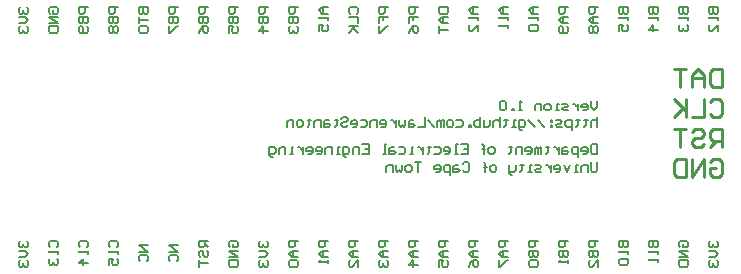
<source format=gbo>
G04*
G04 #@! TF.GenerationSoftware,Altium Limited,Altium Designer,20.0.10 (225)*
G04*
G04 Layer_Color=32896*
%FSLAX25Y25*%
%MOIN*%
G70*
G01*
G75*
%ADD10C,0.01000*%
%ADD13C,0.00600*%
D10*
X315500Y54500D02*
Y60498D01*
X312501D01*
X311501Y59498D01*
Y57499D01*
X312501Y56499D01*
X315500D01*
X313501D02*
X311501Y54500D01*
X305503Y59498D02*
X306503Y60498D01*
X308502D01*
X309502Y59498D01*
Y58499D01*
X308502Y57499D01*
X306503D01*
X305503Y56499D01*
Y55500D01*
X306503Y54500D01*
X308502D01*
X309502Y55500D01*
X303504Y60498D02*
X299505D01*
X301504D01*
Y54500D01*
X315500Y80498D02*
Y74500D01*
X312501D01*
X311501Y75500D01*
Y79498D01*
X312501Y80498D01*
X315500D01*
X309502Y74500D02*
Y78499D01*
X307503Y80498D01*
X305503Y78499D01*
Y74500D01*
Y77499D01*
X309502D01*
X303504Y80498D02*
X299505D01*
X301504D01*
Y74500D01*
X311501Y69498D02*
X312501Y70498D01*
X314500D01*
X315500Y69498D01*
Y65500D01*
X314500Y64500D01*
X312501D01*
X311501Y65500D01*
X309502Y70498D02*
Y64500D01*
X305503D01*
X303504Y70498D02*
Y64500D01*
Y66499D01*
X299505Y70498D01*
X302504Y67499D01*
X299505Y64500D01*
X311501Y49498D02*
X312501Y50498D01*
X314500D01*
X315500Y49498D01*
Y45500D01*
X314500Y44500D01*
X312501D01*
X311501Y45500D01*
Y47499D01*
X313501D01*
X309502Y44500D02*
Y50498D01*
X305503Y44500D01*
Y50498D01*
X303504D02*
Y44500D01*
X300505D01*
X299505Y45500D01*
Y49498D01*
X300505Y50498D01*
X303504D01*
D13*
X273900Y55365D02*
Y52166D01*
X272301D01*
X271767Y52700D01*
Y54832D01*
X272301Y55365D01*
X273900D01*
X269102Y52166D02*
X270168D01*
X270701Y52700D01*
Y53766D01*
X270168Y54299D01*
X269102D01*
X268568Y53766D01*
Y53233D01*
X270701D01*
X267502Y51100D02*
Y54299D01*
X265903D01*
X265369Y53766D01*
Y52700D01*
X265903Y52166D01*
X267502D01*
X263770Y54299D02*
X262704D01*
X262170Y53766D01*
Y52166D01*
X263770D01*
X264303Y52700D01*
X263770Y53233D01*
X262170D01*
X261104Y54299D02*
Y52166D01*
Y53233D01*
X260571Y53766D01*
X260038Y54299D01*
X259505D01*
X257372Y54832D02*
Y54299D01*
X257905D01*
X256839D01*
X257372D01*
Y52700D01*
X256839Y52166D01*
X255239D02*
Y54299D01*
X254706D01*
X254173Y53766D01*
Y52166D01*
Y53766D01*
X253640Y54299D01*
X253107Y53766D01*
Y52166D01*
X250441D02*
X251507D01*
X252040Y52700D01*
Y53766D01*
X251507Y54299D01*
X250441D01*
X249908Y53766D01*
Y53233D01*
X252040D01*
X248841Y52166D02*
Y54299D01*
X247242D01*
X246709Y53766D01*
Y52166D01*
X245109Y54832D02*
Y54299D01*
X245642D01*
X244576D01*
X245109D01*
Y52700D01*
X244576Y52166D01*
X239245D02*
X238178D01*
X237645Y52700D01*
Y53766D01*
X238178Y54299D01*
X239245D01*
X239778Y53766D01*
Y52700D01*
X239245Y52166D01*
X236046D02*
Y54832D01*
Y53766D01*
X236579D01*
X235512D01*
X236046D01*
Y54832D01*
X235512Y55365D01*
X228581D02*
X230714D01*
Y52166D01*
X228581D01*
X230714Y53766D02*
X229648D01*
X227515Y52166D02*
X226449D01*
X226982D01*
Y55365D01*
X227515D01*
X223250Y52166D02*
X224316D01*
X224849Y52700D01*
Y53766D01*
X224316Y54299D01*
X223250D01*
X222716Y53766D01*
Y53233D01*
X224849D01*
X219517Y54299D02*
X221117D01*
X221650Y53766D01*
Y52700D01*
X221117Y52166D01*
X219517D01*
X217918Y54832D02*
Y54299D01*
X218451D01*
X217385D01*
X217918D01*
Y52700D01*
X217385Y52166D01*
X215785Y54299D02*
Y52166D01*
Y53233D01*
X215252Y53766D01*
X214719Y54299D01*
X214186D01*
X212586Y52166D02*
X211520D01*
X212053D01*
Y54299D01*
X212586D01*
X207788D02*
X209387D01*
X209921Y53766D01*
Y52700D01*
X209387Y52166D01*
X207788D01*
X206189Y54299D02*
X205122D01*
X204589Y53766D01*
Y52166D01*
X206189D01*
X206722Y52700D01*
X206189Y53233D01*
X204589D01*
X203523Y52166D02*
X202456D01*
X202990D01*
Y55365D01*
X203523D01*
X195525D02*
X197658D01*
Y52166D01*
X195525D01*
X197658Y53766D02*
X196592D01*
X194459Y52166D02*
Y54299D01*
X192859D01*
X192326Y53766D01*
Y52166D01*
X190194Y51100D02*
X189661D01*
X189127Y51633D01*
Y54299D01*
X190727D01*
X191260Y53766D01*
Y52700D01*
X190727Y52166D01*
X189127D01*
X188061D02*
X186995D01*
X187528D01*
Y54299D01*
X188061D01*
X185395Y52166D02*
Y54299D01*
X183796D01*
X183263Y53766D01*
Y52166D01*
X180597D02*
X181663D01*
X182196Y52700D01*
Y53766D01*
X181663Y54299D01*
X180597D01*
X180064Y53766D01*
Y53233D01*
X182196D01*
X177398Y52166D02*
X178464D01*
X178997Y52700D01*
Y53766D01*
X178464Y54299D01*
X177398D01*
X176865Y53766D01*
Y53233D01*
X178997D01*
X175798Y54299D02*
Y52166D01*
Y53233D01*
X175265Y53766D01*
X174732Y54299D01*
X174199D01*
X172599Y52166D02*
X171533D01*
X172066D01*
Y54299D01*
X172599D01*
X169933Y52166D02*
Y54299D01*
X168334D01*
X167801Y53766D01*
Y52166D01*
X165668Y51100D02*
X165135D01*
X164602Y51633D01*
Y54299D01*
X166201D01*
X166735Y53766D01*
Y52700D01*
X166201Y52166D01*
X164602D01*
X273900Y49365D02*
Y46700D01*
X273367Y46166D01*
X272301D01*
X271767Y46700D01*
Y49365D01*
X270701Y46166D02*
Y48299D01*
X269102D01*
X268568Y47766D01*
Y46166D01*
X267502D02*
X266436D01*
X266969D01*
Y48299D01*
X267502D01*
X264836D02*
X263770Y46166D01*
X262704Y48299D01*
X260038Y46166D02*
X261104D01*
X261637Y46700D01*
Y47766D01*
X261104Y48299D01*
X260038D01*
X259505Y47766D01*
Y47233D01*
X261637D01*
X258438Y48299D02*
Y46166D01*
Y47233D01*
X257905Y47766D01*
X257372Y48299D01*
X256839D01*
X255239Y46166D02*
X253640D01*
X253107Y46700D01*
X253640Y47233D01*
X254706D01*
X255239Y47766D01*
X254706Y48299D01*
X253107D01*
X252040Y46166D02*
X250974D01*
X251507D01*
Y48299D01*
X252040D01*
X248841Y48832D02*
Y48299D01*
X249375D01*
X248308D01*
X248841D01*
Y46700D01*
X248308Y46166D01*
X246709Y48299D02*
Y46700D01*
X246176Y46166D01*
X244576D01*
Y45633D01*
X245109Y45100D01*
X245642D01*
X244576Y46166D02*
Y48299D01*
X239778Y46166D02*
X238711D01*
X238178Y46700D01*
Y47766D01*
X238711Y48299D01*
X239778D01*
X240311Y47766D01*
Y46700D01*
X239778Y46166D01*
X236579D02*
Y48832D01*
Y47766D01*
X237112D01*
X236046D01*
X236579D01*
Y48832D01*
X236046Y49365D01*
X229115Y48832D02*
X229648Y49365D01*
X230714D01*
X231247Y48832D01*
Y46700D01*
X230714Y46166D01*
X229648D01*
X229115Y46700D01*
X227515Y48299D02*
X226449D01*
X225916Y47766D01*
Y46166D01*
X227515D01*
X228048Y46700D01*
X227515Y47233D01*
X225916D01*
X224849Y45100D02*
Y48299D01*
X223250D01*
X222716Y47766D01*
Y46700D01*
X223250Y46166D01*
X224849D01*
X220051D02*
X221117D01*
X221650Y46700D01*
Y47766D01*
X221117Y48299D01*
X220051D01*
X219517Y47766D01*
Y47233D01*
X221650D01*
X215252Y49365D02*
X213120D01*
X214186D01*
Y46166D01*
X211520D02*
X210454D01*
X209921Y46700D01*
Y47766D01*
X210454Y48299D01*
X211520D01*
X212053Y47766D01*
Y46700D01*
X211520Y46166D01*
X208854Y48299D02*
Y46700D01*
X208321Y46166D01*
X207788Y46700D01*
X207255Y46166D01*
X206722Y46700D01*
Y48299D01*
X205655Y46166D02*
Y48299D01*
X204056D01*
X203523Y47766D01*
Y46166D01*
X273900Y64365D02*
Y61166D01*
Y62766D01*
X273367Y63299D01*
X272301D01*
X271767Y62766D01*
Y61166D01*
X270168Y63832D02*
Y63299D01*
X270701D01*
X269635D01*
X270168D01*
Y61699D01*
X269635Y61166D01*
X267502Y63832D02*
Y63299D01*
X268035D01*
X266969D01*
X267502D01*
Y61699D01*
X266969Y61166D01*
X265369Y60100D02*
Y63299D01*
X263770D01*
X263237Y62766D01*
Y61699D01*
X263770Y61166D01*
X265369D01*
X262171D02*
X260571D01*
X260038Y61699D01*
X260571Y62233D01*
X261637D01*
X262171Y62766D01*
X261637Y63299D01*
X260038D01*
X258972D02*
X258438D01*
Y62766D01*
X258972D01*
Y63299D01*
Y61699D02*
X258438D01*
Y61166D01*
X258972D01*
Y61699D01*
X256306Y61166D02*
X254173Y63299D01*
X253107Y61166D02*
X250974Y63299D01*
X248841Y60100D02*
X248308D01*
X247775Y60633D01*
Y63299D01*
X249375D01*
X249908Y62766D01*
Y61699D01*
X249375Y61166D01*
X247775D01*
X246709D02*
X245642D01*
X246176D01*
Y63299D01*
X246709D01*
X243510Y63832D02*
Y63299D01*
X244043D01*
X242977D01*
X243510D01*
Y61699D01*
X242977Y61166D01*
X241377Y64365D02*
Y61166D01*
Y62766D01*
X240844Y63299D01*
X239778D01*
X239245Y62766D01*
Y61166D01*
X238178Y63299D02*
Y61699D01*
X237645Y61166D01*
X236046D01*
Y63299D01*
X234979Y64365D02*
Y61166D01*
X233380D01*
X232847Y61699D01*
Y62233D01*
Y62766D01*
X233380Y63299D01*
X234979D01*
X231780Y61166D02*
Y61699D01*
X231247D01*
Y61166D01*
X231780D01*
X226982Y63299D02*
X228581D01*
X229115Y62766D01*
Y61699D01*
X228581Y61166D01*
X226982D01*
X225382D02*
X224316D01*
X223783Y61699D01*
Y62766D01*
X224316Y63299D01*
X225382D01*
X225916Y62766D01*
Y61699D01*
X225382Y61166D01*
X222716D02*
Y63299D01*
X222183D01*
X221650Y62766D01*
Y61166D01*
Y62766D01*
X221117Y63299D01*
X220584Y62766D01*
Y61166D01*
X219518D02*
X217385Y63299D01*
X216319Y64365D02*
Y61166D01*
X214186D01*
X212586Y63299D02*
X211520D01*
X210987Y62766D01*
Y61166D01*
X212586D01*
X213120Y61699D01*
X212586Y62233D01*
X210987D01*
X209921Y63299D02*
Y61699D01*
X209387Y61166D01*
X208854Y61699D01*
X208321Y61166D01*
X207788Y61699D01*
Y63299D01*
X206722D02*
Y61166D01*
Y62233D01*
X206189Y62766D01*
X205655Y63299D01*
X205122D01*
X201923Y61166D02*
X202990D01*
X203523Y61699D01*
Y62766D01*
X202990Y63299D01*
X201923D01*
X201390Y62766D01*
Y62233D01*
X203523D01*
X200324Y61166D02*
Y63299D01*
X198724D01*
X198191Y62766D01*
Y61166D01*
X194992Y63299D02*
X196592D01*
X197125Y62766D01*
Y61699D01*
X196592Y61166D01*
X194992D01*
X192326D02*
X193393D01*
X193926Y61699D01*
Y62766D01*
X193393Y63299D01*
X192326D01*
X191793Y62766D01*
Y62233D01*
X193926D01*
X188594Y63832D02*
X189127Y64365D01*
X190194D01*
X190727Y63832D01*
Y63299D01*
X190194Y62766D01*
X189127D01*
X188594Y62233D01*
Y61699D01*
X189127Y61166D01*
X190194D01*
X190727Y61699D01*
X186995Y63832D02*
Y63299D01*
X187528D01*
X186461D01*
X186995D01*
Y61699D01*
X186461Y61166D01*
X184329Y63299D02*
X183263D01*
X182729Y62766D01*
Y61166D01*
X184329D01*
X184862Y61699D01*
X184329Y62233D01*
X182729D01*
X181663Y61166D02*
Y63299D01*
X180064D01*
X179530Y62766D01*
Y61166D01*
X177931Y63832D02*
Y63299D01*
X178464D01*
X177398D01*
X177931D01*
Y61699D01*
X177398Y61166D01*
X175265D02*
X174199D01*
X173666Y61699D01*
Y62766D01*
X174199Y63299D01*
X175265D01*
X175798Y62766D01*
Y61699D01*
X175265Y61166D01*
X172599D02*
Y63299D01*
X171000D01*
X170467Y62766D01*
Y61166D01*
X273900Y69799D02*
Y67666D01*
X272834Y66600D01*
X271767Y67666D01*
Y69799D01*
X269102Y66600D02*
X270168D01*
X270701Y67133D01*
Y68199D01*
X270168Y68733D01*
X269102D01*
X268568Y68199D01*
Y67666D01*
X270701D01*
X267502Y68733D02*
Y66600D01*
Y67666D01*
X266969Y68199D01*
X266436Y68733D01*
X265903D01*
X264303Y66600D02*
X262704D01*
X262170Y67133D01*
X262704Y67666D01*
X263770D01*
X264303Y68199D01*
X263770Y68733D01*
X262170D01*
X261104Y66600D02*
X260038D01*
X260571D01*
Y68733D01*
X261104D01*
X257905Y66600D02*
X256839D01*
X256306Y67133D01*
Y68199D01*
X256839Y68733D01*
X257905D01*
X258438Y68199D01*
Y67133D01*
X257905Y66600D01*
X255239D02*
Y68733D01*
X253640D01*
X253107Y68199D01*
Y66600D01*
X248841D02*
X247775D01*
X248308D01*
Y69799D01*
X248841Y69266D01*
X246176Y66600D02*
Y67133D01*
X245642D01*
Y66600D01*
X246176D01*
X243510Y69266D02*
X242977Y69799D01*
X241910D01*
X241377Y69266D01*
Y67133D01*
X241910Y66600D01*
X242977D01*
X243510Y67133D01*
Y69266D01*
X274200Y101000D02*
X271001D01*
Y99401D01*
X271534Y98867D01*
X272601D01*
X273134Y99401D01*
Y101000D01*
X274200Y97801D02*
X272067D01*
X271001Y96735D01*
X272067Y95668D01*
X274200D01*
X272601D01*
Y97801D01*
X271534Y94602D02*
X271001Y94069D01*
Y93003D01*
X271534Y92469D01*
X272067D01*
X272601Y93003D01*
X273134Y92469D01*
X273667D01*
X274200Y93003D01*
Y94069D01*
X273667Y94602D01*
X273134D01*
X272601Y94069D01*
X272067Y94602D01*
X271534D01*
X272601Y94069D02*
Y93003D01*
X264200Y101000D02*
X261001D01*
Y99401D01*
X261534Y98867D01*
X262600D01*
X263134Y99401D01*
Y101000D01*
X264200Y97801D02*
X262067D01*
X261001Y96735D01*
X262067Y95668D01*
X264200D01*
X262600D01*
Y97801D01*
X263667Y94602D02*
X264200Y94069D01*
Y93003D01*
X263667Y92469D01*
X261534D01*
X261001Y93003D01*
Y94069D01*
X261534Y94602D01*
X262067D01*
X262600Y94069D01*
Y92469D01*
X221001Y101000D02*
X224200D01*
Y99401D01*
X223667Y98867D01*
X221534D01*
X221001Y99401D01*
Y101000D01*
X224200Y97801D02*
X222067D01*
X221001Y96735D01*
X222067Y95668D01*
X224200D01*
X222601D01*
Y97801D01*
X221001Y94602D02*
Y92469D01*
Y93536D01*
X224200D01*
X191534Y98867D02*
X191001Y99401D01*
Y100467D01*
X191534Y101000D01*
X193667D01*
X194200Y100467D01*
Y99401D01*
X193667Y98867D01*
X191001Y97801D02*
X194200D01*
Y95668D01*
X191001Y94602D02*
X194200D01*
X193134D01*
X191001Y92469D01*
X192601Y94069D01*
X194200Y92469D01*
X154200Y101000D02*
X151001D01*
Y99401D01*
X151534Y98867D01*
X152601D01*
X153134Y99401D01*
Y101000D01*
X151001Y97801D02*
X154200D01*
Y96201D01*
X153667Y95668D01*
X153134D01*
X152601Y96201D01*
Y97801D01*
Y96201D01*
X152067Y95668D01*
X151534D01*
X151001Y96201D01*
Y97801D01*
Y92469D02*
Y94602D01*
X152601D01*
X152067Y93536D01*
Y93003D01*
X152601Y92469D01*
X153667D01*
X154200Y93003D01*
Y94069D01*
X153667Y94602D01*
X144200Y101000D02*
X141001D01*
Y99401D01*
X141534Y98867D01*
X142601D01*
X143134Y99401D01*
Y101000D01*
X141001Y97801D02*
X144200D01*
Y96201D01*
X143667Y95668D01*
X143134D01*
X142601Y96201D01*
Y97801D01*
Y96201D01*
X142067Y95668D01*
X141534D01*
X141001Y96201D01*
Y97801D01*
Y92469D02*
X141534Y93536D01*
X142601Y94602D01*
X143667D01*
X144200Y94069D01*
Y93003D01*
X143667Y92469D01*
X143134D01*
X142601Y93003D01*
Y94602D01*
X104200Y101000D02*
X101001D01*
Y99401D01*
X101534Y98867D01*
X102601D01*
X103134Y99401D01*
Y101000D01*
X101001Y97801D02*
X104200D01*
Y96201D01*
X103667Y95668D01*
X103134D01*
X102601Y96201D01*
Y97801D01*
Y96201D01*
X102067Y95668D01*
X101534D01*
X101001Y96201D01*
Y97801D01*
X103667Y94602D02*
X104200Y94069D01*
Y93003D01*
X103667Y92469D01*
X101534D01*
X101001Y93003D01*
Y94069D01*
X101534Y94602D01*
X102067D01*
X102601Y94069D01*
Y92469D01*
X114200Y101000D02*
X111001D01*
Y99401D01*
X111534Y98867D01*
X112601D01*
X113134Y99401D01*
Y101000D01*
X111001Y97801D02*
X114200D01*
Y96201D01*
X113667Y95668D01*
X113134D01*
X112601Y96201D01*
Y97801D01*
Y96201D01*
X112067Y95668D01*
X111534D01*
X111001Y96201D01*
Y97801D01*
X111534Y94602D02*
X111001Y94069D01*
Y93003D01*
X111534Y92469D01*
X112067D01*
X112601Y93003D01*
X113134Y92469D01*
X113667D01*
X114200Y93003D01*
Y94069D01*
X113667Y94602D01*
X113134D01*
X112601Y94069D01*
X112067Y94602D01*
X111534D01*
X112601Y94069D02*
Y93003D01*
X301534Y20967D02*
X301001Y21500D01*
Y22567D01*
X301534Y23100D01*
X303667D01*
X304200Y22567D01*
Y21500D01*
X303667Y20967D01*
X302601D01*
Y22034D01*
X304200Y19901D02*
X301001D01*
X304200Y17768D01*
X301001D01*
Y16702D02*
X304200D01*
Y15103D01*
X303667Y14569D01*
X301534D01*
X301001Y15103D01*
Y16702D01*
X311534Y23100D02*
X311001Y22567D01*
Y21500D01*
X311534Y20967D01*
X312067D01*
X312600Y21500D01*
Y22034D01*
Y21500D01*
X313134Y20967D01*
X313667D01*
X314200Y21500D01*
Y22567D01*
X313667Y23100D01*
X311001Y19901D02*
X313134D01*
X314200Y18835D01*
X313134Y17768D01*
X311001D01*
X311534Y16702D02*
X311001Y16169D01*
Y15103D01*
X311534Y14569D01*
X312067D01*
X312600Y15103D01*
Y15636D01*
Y15103D01*
X313134Y14569D01*
X313667D01*
X314200Y15103D01*
Y16169D01*
X313667Y16702D01*
X311001Y101000D02*
X314200D01*
Y99401D01*
X313667Y98867D01*
X313134D01*
X312600Y99401D01*
Y101000D01*
Y99401D01*
X312067Y98867D01*
X311534D01*
X311001Y99401D01*
Y101000D01*
X314200Y97801D02*
Y96735D01*
Y97268D01*
X311001D01*
X311534Y97801D01*
X314200Y93003D02*
Y95135D01*
X312067Y93003D01*
X311534D01*
X311001Y93536D01*
Y94602D01*
X311534Y95135D01*
X301001Y101000D02*
X304200D01*
Y99401D01*
X303667Y98867D01*
X303134D01*
X302601Y99401D01*
Y101000D01*
Y99401D01*
X302067Y98867D01*
X301534D01*
X301001Y99401D01*
Y101000D01*
X304200Y97801D02*
Y96735D01*
Y97268D01*
X301001D01*
X301534Y97801D01*
Y95135D02*
X301001Y94602D01*
Y93536D01*
X301534Y93003D01*
X302067D01*
X302601Y93536D01*
Y94069D01*
Y93536D01*
X303134Y93003D01*
X303667D01*
X304200Y93536D01*
Y94602D01*
X303667Y95135D01*
X264200Y23100D02*
X261001D01*
Y21500D01*
X261534Y20967D01*
X262600D01*
X263134Y21500D01*
Y23100D01*
X261001Y19901D02*
X264200D01*
Y18302D01*
X263667Y17768D01*
X263134D01*
X262600Y18302D01*
Y19901D01*
Y18302D01*
X262067Y17768D01*
X261534D01*
X261001Y18302D01*
Y19901D01*
X264200Y16702D02*
Y15636D01*
Y16169D01*
X261001D01*
X261534Y16702D01*
X274200Y23100D02*
X271001D01*
Y21500D01*
X271534Y20967D01*
X272601D01*
X273134Y21500D01*
Y23100D01*
X271001Y19901D02*
X274200D01*
Y18302D01*
X273667Y17768D01*
X273134D01*
X272601Y18302D01*
Y19901D01*
Y18302D01*
X272067Y17768D01*
X271534D01*
X271001Y18302D01*
Y19901D01*
X274200Y14569D02*
Y16702D01*
X272067Y14569D01*
X271534D01*
X271001Y15103D01*
Y16169D01*
X271534Y16702D01*
X234200Y23100D02*
X231001D01*
Y21500D01*
X231534Y20967D01*
X232600D01*
X233134Y21500D01*
Y23100D01*
X234200Y19901D02*
X232067D01*
X231001Y18835D01*
X232067Y17768D01*
X234200D01*
X232600D01*
Y19901D01*
X231001Y14569D02*
X231534Y15636D01*
X232600Y16702D01*
X233667D01*
X234200Y16169D01*
Y15103D01*
X233667Y14569D01*
X233134D01*
X232600Y15103D01*
Y16702D01*
X234200Y101000D02*
X232067D01*
X231001Y99934D01*
X232067Y98867D01*
X234200D01*
X232600D01*
Y101000D01*
X234200Y97801D02*
Y96735D01*
Y97268D01*
X231001D01*
X231534Y97801D01*
X234200Y93003D02*
Y95135D01*
X232067Y93003D01*
X231534D01*
X231001Y93536D01*
Y94602D01*
X231534Y95135D01*
X224200Y23100D02*
X221001D01*
Y21500D01*
X221534Y20967D01*
X222601D01*
X223134Y21500D01*
Y23100D01*
X224200Y19901D02*
X222067D01*
X221001Y18835D01*
X222067Y17768D01*
X224200D01*
X222601D01*
Y19901D01*
X221001Y14569D02*
Y16702D01*
X222601D01*
X222067Y15636D01*
Y15103D01*
X222601Y14569D01*
X223667D01*
X224200Y15103D01*
Y16169D01*
X223667Y16702D01*
X184200Y23100D02*
X181001D01*
Y21500D01*
X181534Y20967D01*
X182600D01*
X183134Y21500D01*
Y23100D01*
X184200Y19901D02*
X182067D01*
X181001Y18835D01*
X182067Y17768D01*
X184200D01*
X182600D01*
Y19901D01*
X184200Y16702D02*
Y15636D01*
Y16169D01*
X181001D01*
X181534Y16702D01*
X194200Y23100D02*
X191001D01*
Y21500D01*
X191534Y20967D01*
X192601D01*
X193134Y21500D01*
Y23100D01*
X194200Y19901D02*
X192067D01*
X191001Y18835D01*
X192067Y17768D01*
X194200D01*
X192601D01*
Y19901D01*
X194200Y14569D02*
Y16702D01*
X192067Y14569D01*
X191534D01*
X191001Y15103D01*
Y16169D01*
X191534Y16702D01*
X184200Y101000D02*
X182067D01*
X181001Y99934D01*
X182067Y98867D01*
X184200D01*
X182600D01*
Y101000D01*
X184200Y97801D02*
Y96735D01*
Y97268D01*
X181001D01*
X181534Y97801D01*
X181001Y93003D02*
Y95135D01*
X182600D01*
X182067Y94069D01*
Y93536D01*
X182600Y93003D01*
X183667D01*
X184200Y93536D01*
Y94602D01*
X183667Y95135D01*
X144200Y23100D02*
X141001D01*
Y21500D01*
X141534Y20967D01*
X142601D01*
X143134Y21500D01*
Y23100D01*
Y22034D02*
X144200Y20967D01*
X141534Y17768D02*
X141001Y18302D01*
Y19368D01*
X141534Y19901D01*
X142067D01*
X142601Y19368D01*
Y18302D01*
X143134Y17768D01*
X143667D01*
X144200Y18302D01*
Y19368D01*
X143667Y19901D01*
X141001Y16702D02*
Y14569D01*
Y15636D01*
X144200D01*
X151534Y20967D02*
X151001Y21500D01*
Y22567D01*
X151534Y23100D01*
X153667D01*
X154200Y22567D01*
Y21500D01*
X153667Y20967D01*
X152601D01*
Y22034D01*
X154200Y19901D02*
X151001D01*
X154200Y17768D01*
X151001D01*
Y16702D02*
X154200D01*
Y15103D01*
X153667Y14569D01*
X151534D01*
X151001Y15103D01*
Y16702D01*
X111534Y20967D02*
X111001Y21500D01*
Y22567D01*
X111534Y23100D01*
X113667D01*
X114200Y22567D01*
Y21500D01*
X113667Y20967D01*
X114200Y19901D02*
Y18835D01*
Y19368D01*
X111001D01*
X111534Y19901D01*
X111001Y15103D02*
Y17235D01*
X112601D01*
X112067Y16169D01*
Y15636D01*
X112601Y15103D01*
X113667D01*
X114200Y15636D01*
Y16702D01*
X113667Y17235D01*
X101534Y20967D02*
X101001Y21500D01*
Y22567D01*
X101534Y23100D01*
X103667D01*
X104200Y22567D01*
Y21500D01*
X103667Y20967D01*
X104200Y19901D02*
Y18835D01*
Y19368D01*
X101001D01*
X101534Y19901D01*
X104200Y15636D02*
X101001D01*
X102601Y17235D01*
Y15103D01*
X214200Y101000D02*
X211001D01*
Y99401D01*
X211534Y98867D01*
X212600D01*
X213134Y99401D01*
Y101000D01*
X211001Y95668D02*
Y97801D01*
X212600D01*
Y96735D01*
Y97801D01*
X214200D01*
X211001Y92469D02*
X211534Y93536D01*
X212600Y94602D01*
X213667D01*
X214200Y94069D01*
Y93003D01*
X213667Y92469D01*
X213134D01*
X212600Y93003D01*
Y94602D01*
X204200Y101000D02*
X201001D01*
Y99401D01*
X201534Y98867D01*
X202601D01*
X203134Y99401D01*
Y101000D01*
X201001Y95668D02*
Y97801D01*
X202601D01*
Y96735D01*
Y97801D01*
X204200D01*
X201001Y94602D02*
Y92469D01*
X201534D01*
X203667Y94602D01*
X204200D01*
X174200Y101000D02*
X171001D01*
Y99401D01*
X171534Y98867D01*
X172600D01*
X173134Y99401D01*
Y101000D01*
X171001Y97801D02*
X174200D01*
Y96201D01*
X173667Y95668D01*
X173134D01*
X172600Y96201D01*
Y97801D01*
Y96201D01*
X172067Y95668D01*
X171534D01*
X171001Y96201D01*
Y97801D01*
X171534Y94602D02*
X171001Y94069D01*
Y93003D01*
X171534Y92469D01*
X172067D01*
X172600Y93003D01*
Y93536D01*
Y93003D01*
X173134Y92469D01*
X173667D01*
X174200Y93003D01*
Y94069D01*
X173667Y94602D01*
X164200Y101000D02*
X161001D01*
Y99401D01*
X161534Y98867D01*
X162601D01*
X163134Y99401D01*
Y101000D01*
X161001Y97801D02*
X164200D01*
Y96201D01*
X163667Y95668D01*
X163134D01*
X162601Y96201D01*
Y97801D01*
Y96201D01*
X162067Y95668D01*
X161534D01*
X161001Y96201D01*
Y97801D01*
X164200Y93003D02*
X161001D01*
X162601Y94602D01*
Y92469D01*
X134200Y101000D02*
X131001D01*
Y99401D01*
X131534Y98867D01*
X132600D01*
X133134Y99401D01*
Y101000D01*
X131001Y97801D02*
X134200D01*
Y96201D01*
X133667Y95668D01*
X133134D01*
X132600Y96201D01*
Y97801D01*
Y96201D01*
X132067Y95668D01*
X131534D01*
X131001Y96201D01*
Y97801D01*
Y94602D02*
Y92469D01*
X131534D01*
X133667Y94602D01*
X134200D01*
X121001Y101000D02*
X124200D01*
Y99401D01*
X123667Y98867D01*
X123134D01*
X122600Y99401D01*
Y101000D01*
Y99401D01*
X122067Y98867D01*
X121534D01*
X121001Y99401D01*
Y101000D01*
Y97801D02*
Y95668D01*
Y96735D01*
X124200D01*
X121534Y94602D02*
X121001Y94069D01*
Y93003D01*
X121534Y92469D01*
X123667D01*
X124200Y93003D01*
Y94069D01*
X123667Y94602D01*
X121534D01*
X91534Y98867D02*
X91001Y99401D01*
Y100467D01*
X91534Y101000D01*
X93667D01*
X94200Y100467D01*
Y99401D01*
X93667Y98867D01*
X92601D01*
Y99934D01*
X94200Y97801D02*
X91001D01*
X94200Y95668D01*
X91001D01*
Y94602D02*
X94200D01*
Y93003D01*
X93667Y92469D01*
X91534D01*
X91001Y93003D01*
Y94602D01*
X81534Y101000D02*
X81001Y100467D01*
Y99401D01*
X81534Y98867D01*
X82067D01*
X82600Y99401D01*
Y99934D01*
Y99401D01*
X83134Y98867D01*
X83667D01*
X84200Y99401D01*
Y100467D01*
X83667Y101000D01*
X81001Y97801D02*
X83134D01*
X84200Y96735D01*
X83134Y95668D01*
X81001D01*
X81534Y94602D02*
X81001Y94069D01*
Y93003D01*
X81534Y92469D01*
X82067D01*
X82600Y93003D01*
Y93536D01*
Y93003D01*
X83134Y92469D01*
X83667D01*
X84200Y93003D01*
Y94069D01*
X83667Y94602D01*
X291001Y23100D02*
X294200D01*
Y21500D01*
X293667Y20967D01*
X293134D01*
X292600Y21500D01*
Y23100D01*
Y21500D01*
X292067Y20967D01*
X291534D01*
X291001Y21500D01*
Y23100D01*
X294200Y19901D02*
Y18835D01*
Y19368D01*
X291001D01*
X291534Y19901D01*
X294200Y17235D02*
Y16169D01*
Y16702D01*
X291001D01*
X291534Y17235D01*
X291001Y101000D02*
X294200D01*
Y99401D01*
X293667Y98867D01*
X293134D01*
X292600Y99401D01*
Y101000D01*
Y99401D01*
X292067Y98867D01*
X291534D01*
X291001Y99401D01*
Y101000D01*
X294200Y97801D02*
Y96735D01*
Y97268D01*
X291001D01*
X291534Y97801D01*
X294200Y93536D02*
X291001D01*
X292600Y95135D01*
Y93003D01*
X281001Y23100D02*
X284200D01*
Y21500D01*
X283667Y20967D01*
X283134D01*
X282600Y21500D01*
Y23100D01*
Y21500D01*
X282067Y20967D01*
X281534D01*
X281001Y21500D01*
Y23100D01*
X284200Y19901D02*
Y18835D01*
Y19368D01*
X281001D01*
X281534Y19901D01*
Y17235D02*
X281001Y16702D01*
Y15636D01*
X281534Y15103D01*
X283667D01*
X284200Y15636D01*
Y16702D01*
X283667Y17235D01*
X281534D01*
X281001Y101000D02*
X284200D01*
Y99401D01*
X283667Y98867D01*
X283134D01*
X282600Y99401D01*
Y101000D01*
Y99401D01*
X282067Y98867D01*
X281534D01*
X281001Y99401D01*
Y101000D01*
X284200Y97801D02*
Y96735D01*
Y97268D01*
X281001D01*
X281534Y97801D01*
X281001Y93003D02*
Y95135D01*
X282600D01*
X282067Y94069D01*
Y93536D01*
X282600Y93003D01*
X283667D01*
X284200Y93536D01*
Y94602D01*
X283667Y95135D01*
X254200Y23100D02*
X251001D01*
Y21500D01*
X251534Y20967D01*
X252601D01*
X253134Y21500D01*
Y23100D01*
X251001Y19901D02*
X254200D01*
Y18302D01*
X253667Y17768D01*
X253134D01*
X252601Y18302D01*
Y19901D01*
Y18302D01*
X252067Y17768D01*
X251534D01*
X251001Y18302D01*
Y19901D01*
X251534Y16702D02*
X251001Y16169D01*
Y15103D01*
X251534Y14569D01*
X253667D01*
X254200Y15103D01*
Y16169D01*
X253667Y16702D01*
X251534D01*
X254200Y101000D02*
X252067D01*
X251001Y99934D01*
X252067Y98867D01*
X254200D01*
X252601D01*
Y101000D01*
X254200Y97801D02*
Y96735D01*
Y97268D01*
X251001D01*
X251534Y97801D01*
Y95135D02*
X251001Y94602D01*
Y93536D01*
X251534Y93003D01*
X253667D01*
X254200Y93536D01*
Y94602D01*
X253667Y95135D01*
X251534D01*
X244200Y23100D02*
X241001D01*
Y21500D01*
X241534Y20967D01*
X242600D01*
X243134Y21500D01*
Y23100D01*
X244200Y19901D02*
X242067D01*
X241001Y18835D01*
X242067Y17768D01*
X244200D01*
X242600D01*
Y19901D01*
X241001Y16702D02*
Y14569D01*
X241534D01*
X243667Y16702D01*
X244200D01*
X244200Y101000D02*
X242067D01*
X241001Y99934D01*
X242067Y98867D01*
X244200D01*
X242600D01*
Y101000D01*
X244200Y97801D02*
Y96735D01*
Y97268D01*
X241001D01*
X241534Y97801D01*
X244200Y95135D02*
Y94069D01*
Y94602D01*
X241001D01*
X241534Y95135D01*
X214200Y23100D02*
X211001D01*
Y21500D01*
X211534Y20967D01*
X212600D01*
X213134Y21500D01*
Y23100D01*
X214200Y19901D02*
X212067D01*
X211001Y18835D01*
X212067Y17768D01*
X214200D01*
X212600D01*
Y19901D01*
X214200Y15103D02*
X211001D01*
X212600Y16702D01*
Y14569D01*
X204200Y23100D02*
X201001D01*
Y21500D01*
X201534Y20967D01*
X202601D01*
X203134Y21500D01*
Y23100D01*
X204200Y19901D02*
X202067D01*
X201001Y18835D01*
X202067Y17768D01*
X204200D01*
X202601D01*
Y19901D01*
X201534Y16702D02*
X201001Y16169D01*
Y15103D01*
X201534Y14569D01*
X202067D01*
X202601Y15103D01*
Y15636D01*
Y15103D01*
X203134Y14569D01*
X203667D01*
X204200Y15103D01*
Y16169D01*
X203667Y16702D01*
X174200Y23100D02*
X171001D01*
Y21500D01*
X171534Y20967D01*
X172600D01*
X173134Y21500D01*
Y23100D01*
X174200Y19901D02*
X172067D01*
X171001Y18835D01*
X172067Y17768D01*
X174200D01*
X172600D01*
Y19901D01*
X171534Y16702D02*
X171001Y16169D01*
Y15103D01*
X171534Y14569D01*
X173667D01*
X174200Y15103D01*
Y16169D01*
X173667Y16702D01*
X171534D01*
X161534Y23100D02*
X161001Y22567D01*
Y21500D01*
X161534Y20967D01*
X162067D01*
X162601Y21500D01*
Y22034D01*
Y21500D01*
X163134Y20967D01*
X163667D01*
X164200Y21500D01*
Y22567D01*
X163667Y23100D01*
X161001Y19901D02*
X163134D01*
X164200Y18835D01*
X163134Y17768D01*
X161001D01*
X161534Y16702D02*
X161001Y16169D01*
Y15103D01*
X161534Y14569D01*
X162067D01*
X162601Y15103D01*
Y15636D01*
Y15103D01*
X163134Y14569D01*
X163667D01*
X164200Y15103D01*
Y16169D01*
X163667Y16702D01*
X134200Y21600D02*
X131001D01*
X134200Y19467D01*
X131001D01*
X131534Y16268D02*
X131001Y16802D01*
Y17868D01*
X131534Y18401D01*
X133667D01*
X134200Y17868D01*
Y16802D01*
X133667Y16268D01*
X124200Y21600D02*
X121001D01*
X124200Y19467D01*
X121001D01*
X121534Y16268D02*
X121001Y16802D01*
Y17868D01*
X121534Y18401D01*
X123667D01*
X124200Y17868D01*
Y16802D01*
X123667Y16268D01*
X91534Y20967D02*
X91001Y21500D01*
Y22567D01*
X91534Y23100D01*
X93667D01*
X94200Y22567D01*
Y21500D01*
X93667Y20967D01*
X94200Y19901D02*
Y18835D01*
Y19368D01*
X91001D01*
X91534Y19901D01*
Y17235D02*
X91001Y16702D01*
Y15636D01*
X91534Y15103D01*
X92067D01*
X92601Y15636D01*
Y16169D01*
Y15636D01*
X93134Y15103D01*
X93667D01*
X94200Y15636D01*
Y16702D01*
X93667Y17235D01*
X81534Y23100D02*
X81001Y22567D01*
Y21500D01*
X81534Y20967D01*
X82067D01*
X82600Y21500D01*
Y22034D01*
Y21500D01*
X83134Y20967D01*
X83667D01*
X84200Y21500D01*
Y22567D01*
X83667Y23100D01*
X81001Y19901D02*
X83134D01*
X84200Y18835D01*
X83134Y17768D01*
X81001D01*
X81534Y16702D02*
X81001Y16169D01*
Y15103D01*
X81534Y14569D01*
X82067D01*
X82600Y15103D01*
Y15636D01*
Y15103D01*
X83134Y14569D01*
X83667D01*
X84200Y15103D01*
Y16169D01*
X83667Y16702D01*
M02*

</source>
